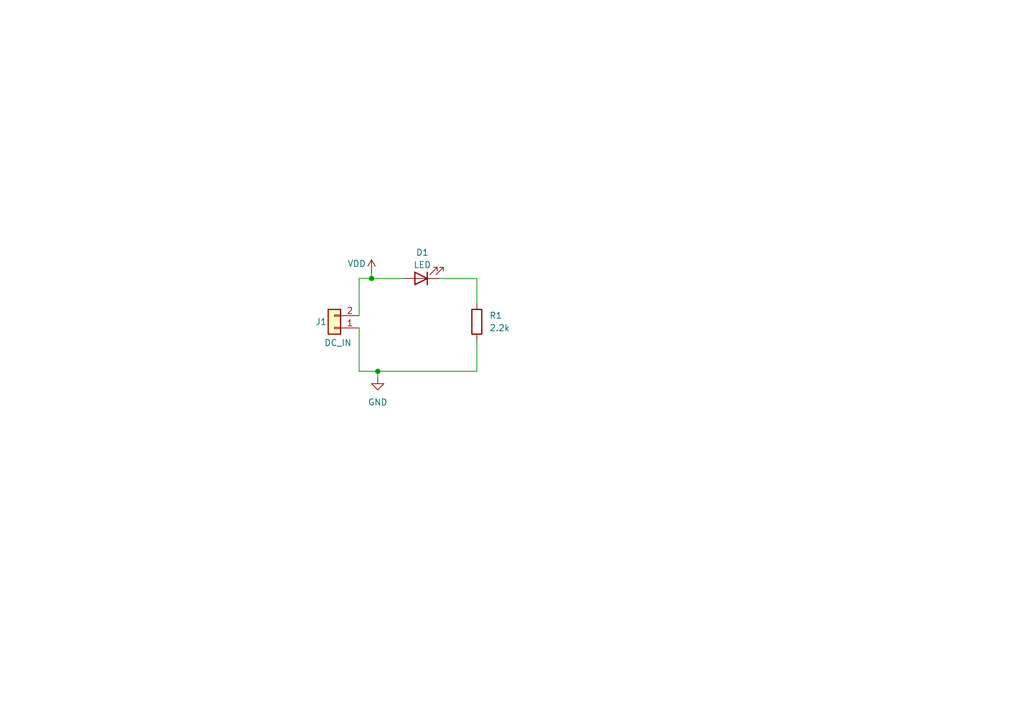
<source format=kicad_sch>
(kicad_sch (version 20231120) (generator "eeschema") (generator_version "8.0")
  (paper "A5")
  (title_block (title "Kicad_Udemy_Formation") (rev "Rev1") (company "BAP") (comment 1 "Com1") (comment 2 "Com2"))
  (lib_symbols
    (symbol "Connector_Generic:Conn_01x02" (pin_names (offset 1.016) hide)
      (property "Reference" "J" (at 0 2.54 0))
      (property "Value" "Conn_01x02" (at 0 -5.08 0))
      (symbol "Conn_01x02_1_1"
        (rectangle (start -1.27 -2.413) (end 0 -2.667) (stroke (width 0.1524)))
        (rectangle (start -1.27 0.127) (end 0 -0.127) (stroke (width 0.1524)))
        (rectangle (start -1.27 1.27) (end 1.27 -3.81) (stroke (width 0.254)) (fill (type background)))
        (pin passive line (at -5.08 0 0) (length 3.81) (name "Pin_1") (number "1"))
        (pin passive line (at -5.08 -2.54 0) (length 3.81) (name "Pin_2") (number "2"))
      )
    )
    (symbol "Device:LED" (pin_numbers hide) (pin_names (offset 1.016) hide)
      (property "Reference" "D" (at 0 2.54 0))
      (property "Value" "LED" (at 0 -2.54 0))
      (symbol "LED_0_1"
        (polyline (pts (xy -1.27 -1.27) (xy -1.27 1.27)) (stroke (width 0.254)))
        (polyline (pts (xy -1.27 0) (xy 1.27 0)))
        (polyline (pts (xy 1.27 -1.27) (xy 1.27 1.27) (xy -1.27 0) (xy 1.27 -1.27)) (stroke (width 0.254)))
        (polyline (pts (xy -3.048 -0.762) (xy -4.572 -2.286) (xy -3.81 -2.286) (xy -4.572 -2.286) (xy -4.572 -1.524)))
        (polyline (pts (xy -1.778 -0.762) (xy -3.302 -2.286) (xy -2.54 -2.286) (xy -3.302 -2.286) (xy -3.302 -1.524)))
      )
      (symbol "LED_1_1"
        (pin passive line (at -3.81 0 0) (length 2.54) (name "K") (number "1"))
        (pin passive line (at 3.81 0 180) (length 2.54) (name "A") (number "2"))
      )
    )
    (symbol "Device:R" (pin_numbers hide) (pin_names (offset 0))
      (property "Reference" "R" (at 2.032 0 90))
      (property "Value" "R" (at 0 0 90))
      (symbol "R_0_1"
        (rectangle (start -1.016 -2.54) (end 1.016 2.54) (stroke (width 0.254)))
      )
      (symbol "R_1_1"
        (pin passive line (at 0 3.81 270) (length 1.27) (name "~") (number "1"))
        (pin passive line (at 0 -3.81 90) (length 1.27) (name "~") (number "2"))
      )
    )
    (symbol "power:GND" (power) (pin_numbers hide) (pin_names (offset 0) hide)
      (property "Value" "GND" (at 0 -3.81 0))
      (symbol "GND_0_1"
        (polyline (pts (xy 0 0) (xy 0 -1.27) (xy 1.27 -1.27) (xy 0 -2.54) (xy -1.27 -1.27) (xy 0 -1.27)))
      )
      (symbol "GND_1_1"
        (pin power_in line (at 0 0 270) (length 0) (name "~") (number "1"))
      )
    )
    (symbol "power:VDD" (power) (pin_numbers hide) (pin_names (offset 0) hide)
      (property "Value" "VDD" (at 0 3.556 0))
      (symbol "VDD_0_1"
        (polyline (pts (xy -0.762 1.27) (xy 0 2.54)))
        (polyline (pts (xy 0 0) (xy 0 2.54)))
        (polyline (pts (xy 0 2.54) (xy 0.762 1.27)))
      )
      (symbol "VDD_1_1"
        (pin power_in line (at 0 0 90) (length 0) (name "~") (number "1"))
      )
    )
  )
  (junction (at 76.2 57.15))
  (junction (at 77.47 76.2))
  (wire (pts (xy 73.66 76.2) (xy 77.47 76.2)))
  (wire (pts (xy 73.66 57.15) (xy 73.66 64.77)))
  (wire (pts (xy 76.2 55.88) (xy 76.2 57.15)))
  (wire (pts (xy 82.55 57.15) (xy 76.2 57.15)))
  (wire (pts (xy 77.47 77.47) (xy 77.47 76.2)))
  (wire (pts (xy 76.2 57.15) (xy 73.66 57.15)))
  (wire (pts (xy 77.47 76.2) (xy 97.79 76.2)))
  (wire (pts (xy 90.17 57.15) (xy 97.79 57.15)))
  (wire (pts (xy 73.66 67.31) (xy 73.66 76.2)))
  (wire (pts (xy 97.79 62.23) (xy 97.79 57.15)))
  (wire (pts (xy 97.79 76.2) (xy 97.79 69.85)))
  (symbol (lib_id "Device:LED") (at 86.36 57.15 180) (unit 1)
    (property "Reference" "D1" (at 86.614 51.816 0))
    (property "Value" "LED" (at 86.614 54.356 0))
    (property "Footprint" "LED_THT:LED_D3.0mm" (effects (hide yes)))
    (property "Description" "Light emitting diode" (effects (hide yes)))
  )
  (symbol (lib_id "Connector_Generic:Conn_01x02") (at 68.58 67.31 180) (unit 1)
    (property "Reference" "J1" (at 67.056 66.04 0) (effects (justify left)))
    (property "Value" "DC_IN" (at 72.136 70.358 0) (effects (justify left)))
    (property "Footprint" "Connector_PinHeader_2.54mm:PinHeader_1x02_P2.54mm_Horizontal" (effects (hide yes)))
    (property "Description" "Generic connector, single row, 01x02, script generated (kicad-library-utils/schlib/autogen/connector/)" (effects (hide yes)))
  )
  (symbol (lib_id "power:GND") (at 77.47 77.47 0) (unit 1)
    (property "Reference" "#PWR01" (effects (hide yes)))
    (property "Value" "GND" (at 77.47 82.55 0))
    (property "Description" "Power symbol creates a global label with name \"GND\" , ground" (effects (hide yes)))
  )
  (symbol (lib_id "power:VDD") (at 76.2 55.88 0) (unit 1)
    (property "Reference" "#PWR02" (effects (hide yes)))
    (property "Value" "VDD" (at 73.152 54.102 0))
    (property "Description" "Power symbol creates a global label with name \"VDD\"" (effects (hide yes)))
  )
  (symbol (lib_id "Device:R") (at 97.79 66.04 0) (unit 1)
    (property "Reference" "R1" (at 100.33 64.7699 0) (effects (justify left)))
    (property "Value" "2.2k" (at 100.33 67.3099 0) (effects (justify left)))
    (property "Footprint" "Resistor_THT:R_Axial_DIN0204_L3.6mm_D1.6mm_P5.08mm_Horizontal" (effects (hide yes)))
    (property "Description" "Resistor" (effects (hide yes)))
  )
)
</source>
